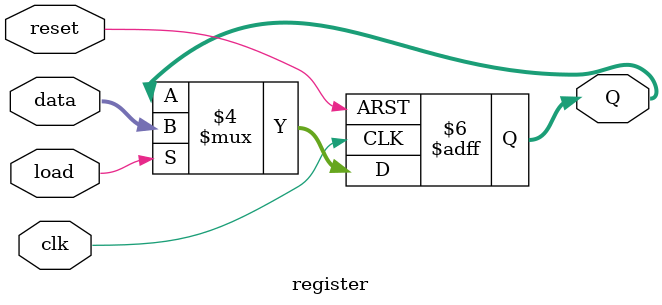
<source format=v>
`timescale 1ns / 1ps


module register #(parameter N=6 )(
input clk, 
input reset, 
input load, 
input [N-1:0] data, 
output reg [N-1:0] Q
);
    
    always @(posedge (clk) or posedge(reset))begin
        if (reset == 1'b1)
            Q <= {N{1'b0}};
        else begin
            if(load == 1'b1)
               Q <= data;
        end
    end 
    
endmodule

</source>
